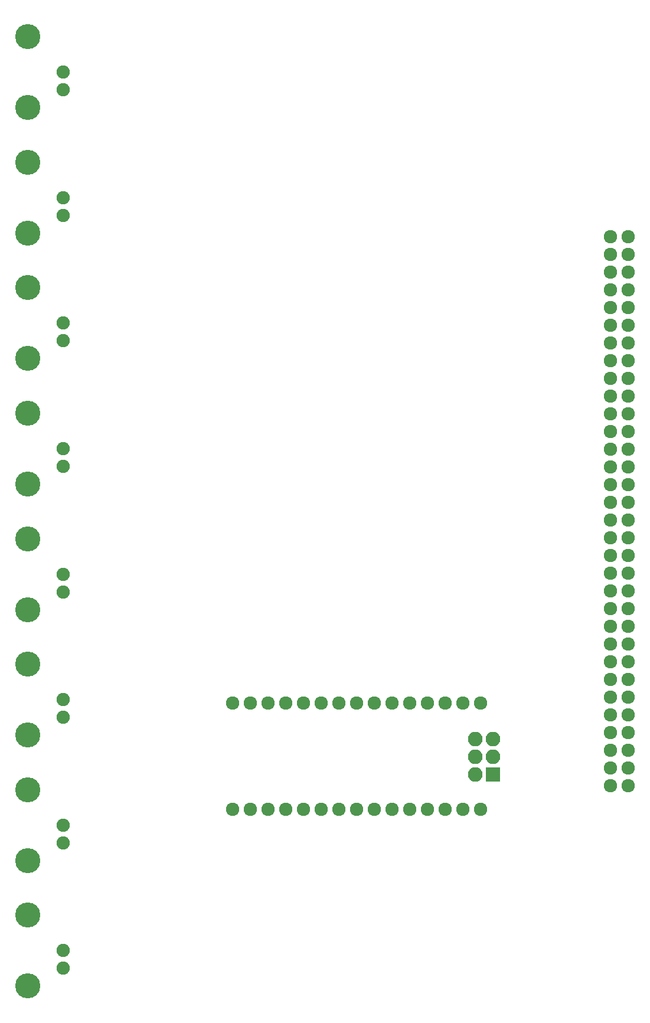
<source format=gbr>
G04 #@! TF.FileFunction,Soldermask,Bot*
%FSLAX46Y46*%
G04 Gerber Fmt 4.6, Leading zero omitted, Abs format (unit mm)*
G04 Created by KiCad (PCBNEW 4.0.7-e2-6376~61~ubuntu18.04.1) date Wed Sep  2 21:57:33 2020*
%MOMM*%
%LPD*%
G01*
G04 APERTURE LIST*
%ADD10C,0.100000*%
%ADD11C,1.924000*%
%ADD12C,1.900000*%
%ADD13C,3.600000*%
%ADD14R,2.100000X2.100000*%
%ADD15O,2.100000X2.100000*%
G04 APERTURE END LIST*
D10*
D11*
X167117100Y-150924000D03*
X164577100Y-150924000D03*
X162037100Y-150924000D03*
X159497100Y-150924000D03*
X156957100Y-150924000D03*
X154417100Y-150924000D03*
X151877100Y-150924000D03*
X149337100Y-150924000D03*
X146797100Y-150924000D03*
X144257100Y-150924000D03*
X141717100Y-150924000D03*
X139177100Y-150924000D03*
X136637100Y-150924000D03*
X134097100Y-150924000D03*
X131557100Y-150924000D03*
X131557100Y-166164000D03*
X134097100Y-166164000D03*
X136637100Y-166164000D03*
X139177100Y-166164000D03*
X141717100Y-166164000D03*
X144257100Y-166164000D03*
X146797100Y-166164000D03*
X149337100Y-166164000D03*
X151877100Y-166164000D03*
X154417100Y-166164000D03*
X156957100Y-166164000D03*
X159497100Y-166164000D03*
X162037100Y-166164000D03*
X164577100Y-166164000D03*
X167117100Y-166164000D03*
D12*
X107280000Y-188940000D03*
D13*
X102200000Y-181320000D03*
X102200000Y-191480000D03*
D12*
X107280000Y-186400000D03*
X107280000Y-152940000D03*
D13*
X102200000Y-145320000D03*
X102200000Y-155480000D03*
D12*
X107280000Y-150400000D03*
X107280000Y-116940000D03*
D13*
X102200000Y-109320000D03*
X102200000Y-119480000D03*
D12*
X107280000Y-114400000D03*
X107280000Y-80940000D03*
D13*
X102200000Y-73320000D03*
X102200000Y-83480000D03*
D12*
X107280000Y-78400000D03*
D11*
X185730000Y-84030000D03*
X185730000Y-86570000D03*
X185730000Y-89110000D03*
X185730000Y-91650000D03*
X185730000Y-94190000D03*
X185730000Y-96730000D03*
X185730000Y-99270000D03*
X185730000Y-101810000D03*
X185730000Y-104350000D03*
X185730000Y-106890000D03*
X185730000Y-109430000D03*
X185730000Y-111970000D03*
X185730000Y-114510000D03*
X185730000Y-117050000D03*
X185730000Y-119590000D03*
X185730000Y-122130000D03*
X185730000Y-124670000D03*
X185730000Y-127210000D03*
X185730000Y-129750000D03*
X185730000Y-132290000D03*
X185730000Y-134830000D03*
X185730000Y-137370000D03*
X185730000Y-139910000D03*
X185730000Y-142450000D03*
X185730000Y-144990000D03*
X185730000Y-147530000D03*
X185730000Y-150070000D03*
X185730000Y-152610000D03*
X185730000Y-155150000D03*
X185730000Y-157690000D03*
X185730000Y-160230000D03*
X185730000Y-162770000D03*
X188270000Y-84030000D03*
X188270000Y-86570000D03*
X188270000Y-89110000D03*
X188270000Y-91650000D03*
X188270000Y-94190000D03*
X188270000Y-96730000D03*
X188270000Y-99270000D03*
X188270000Y-101810000D03*
X188270000Y-104350000D03*
X188270000Y-106890000D03*
X188270000Y-109430000D03*
X188270000Y-111970000D03*
X188270000Y-114510000D03*
X188270000Y-117050000D03*
X188270000Y-119590000D03*
X188270000Y-122130000D03*
X188270000Y-124670000D03*
X188270000Y-127210000D03*
X188270000Y-129750000D03*
X188270000Y-132290000D03*
X188270000Y-134830000D03*
X188270000Y-137370000D03*
X188270000Y-139910000D03*
X188270000Y-142450000D03*
X188270000Y-144990000D03*
X188270000Y-147530000D03*
X188270000Y-150070000D03*
X188270000Y-152610000D03*
X188270000Y-155150000D03*
X188270000Y-157690000D03*
X188270000Y-160230000D03*
X188270000Y-162770000D03*
D12*
X107280000Y-170940000D03*
D13*
X102200000Y-163320000D03*
X102200000Y-173480000D03*
D12*
X107280000Y-168400000D03*
X107280000Y-134940000D03*
D13*
X102200000Y-127320000D03*
X102200000Y-137480000D03*
D12*
X107280000Y-132400000D03*
X107280000Y-98940000D03*
D13*
X102200000Y-91320000D03*
X102200000Y-101480000D03*
D12*
X107280000Y-96400000D03*
X107280000Y-62940000D03*
D13*
X102200000Y-55320000D03*
X102200000Y-65480000D03*
D12*
X107280000Y-60400000D03*
D14*
X168900000Y-161100000D03*
D15*
X166360000Y-161100000D03*
X168900000Y-158560000D03*
X166360000Y-158560000D03*
X168900000Y-156020000D03*
X166360000Y-156020000D03*
M02*

</source>
